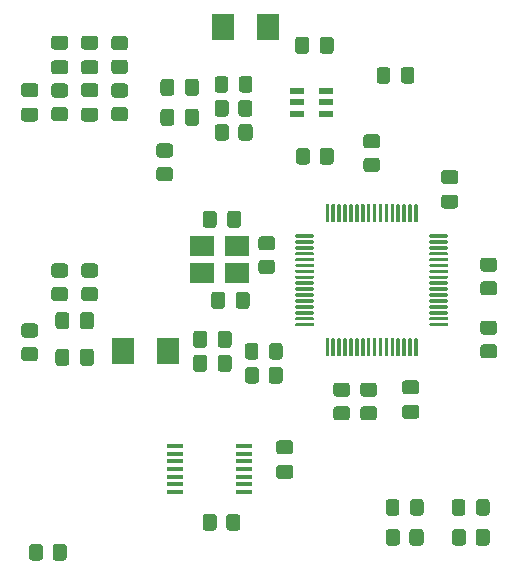
<source format=gtp>
%TF.GenerationSoftware,KiCad,Pcbnew,(5.1.10)-1*%
%TF.CreationDate,2022-05-04T21:28:41+02:00*%
%TF.ProjectId,telemetria tyl,74656c65-6d65-4747-9269-612074796c2e,rev?*%
%TF.SameCoordinates,Original*%
%TF.FileFunction,Paste,Top*%
%TF.FilePolarity,Positive*%
%FSLAX46Y46*%
G04 Gerber Fmt 4.6, Leading zero omitted, Abs format (unit mm)*
G04 Created by KiCad (PCBNEW (5.1.10)-1) date 2022-05-04 21:28:41*
%MOMM*%
%LPD*%
G01*
G04 APERTURE LIST*
%ADD10R,1.854500X2.286000*%
%ADD11R,2.100000X1.800000*%
%ADD12R,1.475000X0.450000*%
%ADD13R,1.200000X0.600000*%
G04 APERTURE END LIST*
%TO.C,R8*%
G36*
G01*
X55772000Y-38550001D02*
X55772000Y-37649999D01*
G75*
G02*
X56021999Y-37400000I249999J0D01*
G01*
X56722001Y-37400000D01*
G75*
G02*
X56972000Y-37649999I0J-249999D01*
G01*
X56972000Y-38550001D01*
G75*
G02*
X56722001Y-38800000I-249999J0D01*
G01*
X56021999Y-38800000D01*
G75*
G02*
X55772000Y-38550001I0J249999D01*
G01*
G37*
G36*
G01*
X53772000Y-38550001D02*
X53772000Y-37649999D01*
G75*
G02*
X54021999Y-37400000I249999J0D01*
G01*
X54722001Y-37400000D01*
G75*
G02*
X54972000Y-37649999I0J-249999D01*
G01*
X54972000Y-38550001D01*
G75*
G02*
X54722001Y-38800000I-249999J0D01*
G01*
X54021999Y-38800000D01*
G75*
G02*
X53772000Y-38550001I0J249999D01*
G01*
G37*
%TD*%
%TO.C,R7*%
G36*
G01*
X54956000Y-35617999D02*
X54956000Y-36518001D01*
G75*
G02*
X54706001Y-36768000I-249999J0D01*
G01*
X54005999Y-36768000D01*
G75*
G02*
X53756000Y-36518001I0J249999D01*
G01*
X53756000Y-35617999D01*
G75*
G02*
X54005999Y-35368000I249999J0D01*
G01*
X54706001Y-35368000D01*
G75*
G02*
X54956000Y-35617999I0J-249999D01*
G01*
G37*
G36*
G01*
X56956000Y-35617999D02*
X56956000Y-36518001D01*
G75*
G02*
X56706001Y-36768000I-249999J0D01*
G01*
X56005999Y-36768000D01*
G75*
G02*
X55756000Y-36518001I0J249999D01*
G01*
X55756000Y-35617999D01*
G75*
G02*
X56005999Y-35368000I249999J0D01*
G01*
X56706001Y-35368000D01*
G75*
G02*
X56956000Y-35617999I0J-249999D01*
G01*
G37*
%TD*%
D10*
%TO.C,L2*%
X54495750Y-29210000D03*
X58280250Y-29210000D03*
%TD*%
%TO.C,D7*%
G36*
G01*
X54913000Y-33585999D02*
X54913000Y-34486001D01*
G75*
G02*
X54663001Y-34736000I-249999J0D01*
G01*
X54012999Y-34736000D01*
G75*
G02*
X53763000Y-34486001I0J249999D01*
G01*
X53763000Y-33585999D01*
G75*
G02*
X54012999Y-33336000I249999J0D01*
G01*
X54663001Y-33336000D01*
G75*
G02*
X54913000Y-33585999I0J-249999D01*
G01*
G37*
G36*
G01*
X56963000Y-33585999D02*
X56963000Y-34486001D01*
G75*
G02*
X56713001Y-34736000I-249999J0D01*
G01*
X56062999Y-34736000D01*
G75*
G02*
X55813000Y-34486001I0J249999D01*
G01*
X55813000Y-33585999D01*
G75*
G02*
X56062999Y-33336000I249999J0D01*
G01*
X56713001Y-33336000D01*
G75*
G02*
X56963000Y-33585999I0J-249999D01*
G01*
G37*
%TD*%
%TO.C,D6*%
G36*
G01*
X69529000Y-33724001D02*
X69529000Y-32823999D01*
G75*
G02*
X69778999Y-32574000I249999J0D01*
G01*
X70429001Y-32574000D01*
G75*
G02*
X70679000Y-32823999I0J-249999D01*
G01*
X70679000Y-33724001D01*
G75*
G02*
X70429001Y-33974000I-249999J0D01*
G01*
X69778999Y-33974000D01*
G75*
G02*
X69529000Y-33724001I0J249999D01*
G01*
G37*
G36*
G01*
X67479000Y-33724001D02*
X67479000Y-32823999D01*
G75*
G02*
X67728999Y-32574000I249999J0D01*
G01*
X68379001Y-32574000D01*
G75*
G02*
X68629000Y-32823999I0J-249999D01*
G01*
X68629000Y-33724001D01*
G75*
G02*
X68379001Y-33974000I-249999J0D01*
G01*
X67728999Y-33974000D01*
G75*
G02*
X67479000Y-33724001I0J249999D01*
G01*
G37*
%TD*%
%TO.C,C7*%
G36*
G01*
X51250000Y-34765000D02*
X51250000Y-33815000D01*
G75*
G02*
X51500000Y-33565000I250000J0D01*
G01*
X52175000Y-33565000D01*
G75*
G02*
X52425000Y-33815000I0J-250000D01*
G01*
X52425000Y-34765000D01*
G75*
G02*
X52175000Y-35015000I-250000J0D01*
G01*
X51500000Y-35015000D01*
G75*
G02*
X51250000Y-34765000I0J250000D01*
G01*
G37*
G36*
G01*
X49175000Y-34765000D02*
X49175000Y-33815000D01*
G75*
G02*
X49425000Y-33565000I250000J0D01*
G01*
X50100000Y-33565000D01*
G75*
G02*
X50350000Y-33815000I0J-250000D01*
G01*
X50350000Y-34765000D01*
G75*
G02*
X50100000Y-35015000I-250000J0D01*
G01*
X49425000Y-35015000D01*
G75*
G02*
X49175000Y-34765000I0J250000D01*
G01*
G37*
%TD*%
%TO.C,C4*%
G36*
G01*
X61758500Y-30259000D02*
X61758500Y-31209000D01*
G75*
G02*
X61508500Y-31459000I-250000J0D01*
G01*
X60833500Y-31459000D01*
G75*
G02*
X60583500Y-31209000I0J250000D01*
G01*
X60583500Y-30259000D01*
G75*
G02*
X60833500Y-30009000I250000J0D01*
G01*
X61508500Y-30009000D01*
G75*
G02*
X61758500Y-30259000I0J-250000D01*
G01*
G37*
G36*
G01*
X63833500Y-30259000D02*
X63833500Y-31209000D01*
G75*
G02*
X63583500Y-31459000I-250000J0D01*
G01*
X62908500Y-31459000D01*
G75*
G02*
X62658500Y-31209000I0J250000D01*
G01*
X62658500Y-30259000D01*
G75*
G02*
X62908500Y-30009000I250000J0D01*
G01*
X63583500Y-30009000D01*
G75*
G02*
X63833500Y-30259000I0J-250000D01*
G01*
G37*
%TD*%
%TO.C,1k2*%
G36*
G01*
X76511999Y-56042000D02*
X77412001Y-56042000D01*
G75*
G02*
X77662000Y-56291999I0J-249999D01*
G01*
X77662000Y-56992001D01*
G75*
G02*
X77412001Y-57242000I-249999J0D01*
G01*
X76511999Y-57242000D01*
G75*
G02*
X76262000Y-56992001I0J249999D01*
G01*
X76262000Y-56291999D01*
G75*
G02*
X76511999Y-56042000I249999J0D01*
G01*
G37*
G36*
G01*
X76511999Y-54042000D02*
X77412001Y-54042000D01*
G75*
G02*
X77662000Y-54291999I0J-249999D01*
G01*
X77662000Y-54992001D01*
G75*
G02*
X77412001Y-55242000I-249999J0D01*
G01*
X76511999Y-55242000D01*
G75*
G02*
X76262000Y-54992001I0J249999D01*
G01*
X76262000Y-54291999D01*
G75*
G02*
X76511999Y-54042000I249999J0D01*
G01*
G37*
%TD*%
%TO.C,2.2uF2*%
G36*
G01*
X73185000Y-43376000D02*
X74135000Y-43376000D01*
G75*
G02*
X74385000Y-43626000I0J-250000D01*
G01*
X74385000Y-44301000D01*
G75*
G02*
X74135000Y-44551000I-250000J0D01*
G01*
X73185000Y-44551000D01*
G75*
G02*
X72935000Y-44301000I0J250000D01*
G01*
X72935000Y-43626000D01*
G75*
G02*
X73185000Y-43376000I250000J0D01*
G01*
G37*
G36*
G01*
X73185000Y-41301000D02*
X74135000Y-41301000D01*
G75*
G02*
X74385000Y-41551000I0J-250000D01*
G01*
X74385000Y-42226000D01*
G75*
G02*
X74135000Y-42476000I-250000J0D01*
G01*
X73185000Y-42476000D01*
G75*
G02*
X72935000Y-42226000I0J250000D01*
G01*
X72935000Y-41551000D01*
G75*
G02*
X73185000Y-41301000I250000J0D01*
G01*
G37*
%TD*%
%TO.C,10k1*%
G36*
G01*
X66605999Y-38262000D02*
X67506001Y-38262000D01*
G75*
G02*
X67756000Y-38511999I0J-249999D01*
G01*
X67756000Y-39212001D01*
G75*
G02*
X67506001Y-39462000I-249999J0D01*
G01*
X66605999Y-39462000D01*
G75*
G02*
X66356000Y-39212001I0J249999D01*
G01*
X66356000Y-38511999D01*
G75*
G02*
X66605999Y-38262000I249999J0D01*
G01*
G37*
G36*
G01*
X66605999Y-40262000D02*
X67506001Y-40262000D01*
G75*
G02*
X67756000Y-40511999I0J-249999D01*
G01*
X67756000Y-41212001D01*
G75*
G02*
X67506001Y-41462000I-249999J0D01*
G01*
X66605999Y-41462000D01*
G75*
G02*
X66356000Y-41212001I0J249999D01*
G01*
X66356000Y-40511999D01*
G75*
G02*
X66605999Y-40262000I249999J0D01*
G01*
G37*
%TD*%
%TO.C,1k1*%
G36*
G01*
X76511999Y-48708000D02*
X77412001Y-48708000D01*
G75*
G02*
X77662000Y-48957999I0J-249999D01*
G01*
X77662000Y-49658001D01*
G75*
G02*
X77412001Y-49908000I-249999J0D01*
G01*
X76511999Y-49908000D01*
G75*
G02*
X76262000Y-49658001I0J249999D01*
G01*
X76262000Y-48957999D01*
G75*
G02*
X76511999Y-48708000I249999J0D01*
G01*
G37*
G36*
G01*
X76511999Y-50708000D02*
X77412001Y-50708000D01*
G75*
G02*
X77662000Y-50957999I0J-249999D01*
G01*
X77662000Y-51658001D01*
G75*
G02*
X77412001Y-51908000I-249999J0D01*
G01*
X76511999Y-51908000D01*
G75*
G02*
X76262000Y-51658001I0J249999D01*
G01*
X76262000Y-50957999D01*
G75*
G02*
X76511999Y-50708000I249999J0D01*
G01*
G37*
%TD*%
%TO.C,2.2uF1*%
G36*
G01*
X70833000Y-62352500D02*
X69883000Y-62352500D01*
G75*
G02*
X69633000Y-62102500I0J250000D01*
G01*
X69633000Y-61427500D01*
G75*
G02*
X69883000Y-61177500I250000J0D01*
G01*
X70833000Y-61177500D01*
G75*
G02*
X71083000Y-61427500I0J-250000D01*
G01*
X71083000Y-62102500D01*
G75*
G02*
X70833000Y-62352500I-250000J0D01*
G01*
G37*
G36*
G01*
X70833000Y-60277500D02*
X69883000Y-60277500D01*
G75*
G02*
X69633000Y-60027500I0J250000D01*
G01*
X69633000Y-59352500D01*
G75*
G02*
X69883000Y-59102500I250000J0D01*
G01*
X70833000Y-59102500D01*
G75*
G02*
X71083000Y-59352500I0J-250000D01*
G01*
X71083000Y-60027500D01*
G75*
G02*
X70833000Y-60277500I-250000J0D01*
G01*
G37*
%TD*%
%TO.C,C1*%
G36*
G01*
X53471500Y-52799000D02*
X53471500Y-51849000D01*
G75*
G02*
X53721500Y-51599000I250000J0D01*
G01*
X54396500Y-51599000D01*
G75*
G02*
X54646500Y-51849000I0J-250000D01*
G01*
X54646500Y-52799000D01*
G75*
G02*
X54396500Y-53049000I-250000J0D01*
G01*
X53721500Y-53049000D01*
G75*
G02*
X53471500Y-52799000I0J250000D01*
G01*
G37*
G36*
G01*
X55546500Y-52799000D02*
X55546500Y-51849000D01*
G75*
G02*
X55796500Y-51599000I250000J0D01*
G01*
X56471500Y-51599000D01*
G75*
G02*
X56721500Y-51849000I0J-250000D01*
G01*
X56721500Y-52799000D01*
G75*
G02*
X56471500Y-53049000I-250000J0D01*
G01*
X55796500Y-53049000D01*
G75*
G02*
X55546500Y-52799000I0J250000D01*
G01*
G37*
%TD*%
%TO.C,C8*%
G36*
G01*
X51250000Y-37305000D02*
X51250000Y-36355000D01*
G75*
G02*
X51500000Y-36105000I250000J0D01*
G01*
X52175000Y-36105000D01*
G75*
G02*
X52425000Y-36355000I0J-250000D01*
G01*
X52425000Y-37305000D01*
G75*
G02*
X52175000Y-37555000I-250000J0D01*
G01*
X51500000Y-37555000D01*
G75*
G02*
X51250000Y-37305000I0J250000D01*
G01*
G37*
G36*
G01*
X49175000Y-37305000D02*
X49175000Y-36355000D01*
G75*
G02*
X49425000Y-36105000I250000J0D01*
G01*
X50100000Y-36105000D01*
G75*
G02*
X50350000Y-36355000I0J-250000D01*
G01*
X50350000Y-37305000D01*
G75*
G02*
X50100000Y-37555000I-250000J0D01*
G01*
X49425000Y-37555000D01*
G75*
G02*
X49175000Y-37305000I0J250000D01*
G01*
G37*
%TD*%
%TO.C,C2*%
G36*
G01*
X56002500Y-44991000D02*
X56002500Y-45941000D01*
G75*
G02*
X55752500Y-46191000I-250000J0D01*
G01*
X55077500Y-46191000D01*
G75*
G02*
X54827500Y-45941000I0J250000D01*
G01*
X54827500Y-44991000D01*
G75*
G02*
X55077500Y-44741000I250000J0D01*
G01*
X55752500Y-44741000D01*
G75*
G02*
X56002500Y-44991000I0J-250000D01*
G01*
G37*
G36*
G01*
X53927500Y-44991000D02*
X53927500Y-45941000D01*
G75*
G02*
X53677500Y-46191000I-250000J0D01*
G01*
X53002500Y-46191000D01*
G75*
G02*
X52752500Y-45941000I0J250000D01*
G01*
X52752500Y-44991000D01*
G75*
G02*
X53002500Y-44741000I250000J0D01*
G01*
X53677500Y-44741000D01*
G75*
G02*
X53927500Y-44991000I0J-250000D01*
G01*
G37*
%TD*%
%TO.C,D5*%
G36*
G01*
X68250000Y-70300001D02*
X68250000Y-69399999D01*
G75*
G02*
X68499999Y-69150000I249999J0D01*
G01*
X69150001Y-69150000D01*
G75*
G02*
X69400000Y-69399999I0J-249999D01*
G01*
X69400000Y-70300001D01*
G75*
G02*
X69150001Y-70550000I-249999J0D01*
G01*
X68499999Y-70550000D01*
G75*
G02*
X68250000Y-70300001I0J249999D01*
G01*
G37*
G36*
G01*
X70300000Y-70300001D02*
X70300000Y-69399999D01*
G75*
G02*
X70549999Y-69150000I249999J0D01*
G01*
X71200001Y-69150000D01*
G75*
G02*
X71450000Y-69399999I0J-249999D01*
G01*
X71450000Y-70300001D01*
G75*
G02*
X71200001Y-70550000I-249999J0D01*
G01*
X70549999Y-70550000D01*
G75*
G02*
X70300000Y-70300001I0J249999D01*
G01*
G37*
%TD*%
%TO.C,R11*%
G36*
G01*
X56328000Y-59124001D02*
X56328000Y-58223999D01*
G75*
G02*
X56577999Y-57974000I249999J0D01*
G01*
X57278001Y-57974000D01*
G75*
G02*
X57528000Y-58223999I0J-249999D01*
G01*
X57528000Y-59124001D01*
G75*
G02*
X57278001Y-59374000I-249999J0D01*
G01*
X56577999Y-59374000D01*
G75*
G02*
X56328000Y-59124001I0J249999D01*
G01*
G37*
G36*
G01*
X58328000Y-59124001D02*
X58328000Y-58223999D01*
G75*
G02*
X58577999Y-57974000I249999J0D01*
G01*
X59278001Y-57974000D01*
G75*
G02*
X59528000Y-58223999I0J-249999D01*
G01*
X59528000Y-59124001D01*
G75*
G02*
X59278001Y-59374000I-249999J0D01*
G01*
X58577999Y-59374000D01*
G75*
G02*
X58328000Y-59124001I0J249999D01*
G01*
G37*
%TD*%
%TO.C,D3*%
G36*
G01*
X74988000Y-69399999D02*
X74988000Y-70300001D01*
G75*
G02*
X74738001Y-70550000I-249999J0D01*
G01*
X74087999Y-70550000D01*
G75*
G02*
X73838000Y-70300001I0J249999D01*
G01*
X73838000Y-69399999D01*
G75*
G02*
X74087999Y-69150000I249999J0D01*
G01*
X74738001Y-69150000D01*
G75*
G02*
X74988000Y-69399999I0J-249999D01*
G01*
G37*
G36*
G01*
X77038000Y-69399999D02*
X77038000Y-70300001D01*
G75*
G02*
X76788001Y-70550000I-249999J0D01*
G01*
X76137999Y-70550000D01*
G75*
G02*
X75888000Y-70300001I0J249999D01*
G01*
X75888000Y-69399999D01*
G75*
G02*
X76137999Y-69150000I249999J0D01*
G01*
X76788001Y-69150000D01*
G75*
G02*
X77038000Y-69399999I0J-249999D01*
G01*
G37*
%TD*%
%TO.C,U1*%
G36*
G01*
X60600920Y-46949740D02*
X60600920Y-46799740D01*
G75*
G02*
X60675920Y-46724740I75000J0D01*
G01*
X62075920Y-46724740D01*
G75*
G02*
X62150920Y-46799740I0J-75000D01*
G01*
X62150920Y-46949740D01*
G75*
G02*
X62075920Y-47024740I-75000J0D01*
G01*
X60675920Y-47024740D01*
G75*
G02*
X60600920Y-46949740I0J75000D01*
G01*
G37*
G36*
G01*
X60600920Y-47449740D02*
X60600920Y-47299740D01*
G75*
G02*
X60675920Y-47224740I75000J0D01*
G01*
X62075920Y-47224740D01*
G75*
G02*
X62150920Y-47299740I0J-75000D01*
G01*
X62150920Y-47449740D01*
G75*
G02*
X62075920Y-47524740I-75000J0D01*
G01*
X60675920Y-47524740D01*
G75*
G02*
X60600920Y-47449740I0J75000D01*
G01*
G37*
G36*
G01*
X60600920Y-47949740D02*
X60600920Y-47799740D01*
G75*
G02*
X60675920Y-47724740I75000J0D01*
G01*
X62075920Y-47724740D01*
G75*
G02*
X62150920Y-47799740I0J-75000D01*
G01*
X62150920Y-47949740D01*
G75*
G02*
X62075920Y-48024740I-75000J0D01*
G01*
X60675920Y-48024740D01*
G75*
G02*
X60600920Y-47949740I0J75000D01*
G01*
G37*
G36*
G01*
X60600920Y-48449740D02*
X60600920Y-48299740D01*
G75*
G02*
X60675920Y-48224740I75000J0D01*
G01*
X62075920Y-48224740D01*
G75*
G02*
X62150920Y-48299740I0J-75000D01*
G01*
X62150920Y-48449740D01*
G75*
G02*
X62075920Y-48524740I-75000J0D01*
G01*
X60675920Y-48524740D01*
G75*
G02*
X60600920Y-48449740I0J75000D01*
G01*
G37*
G36*
G01*
X60600920Y-48949740D02*
X60600920Y-48799740D01*
G75*
G02*
X60675920Y-48724740I75000J0D01*
G01*
X62075920Y-48724740D01*
G75*
G02*
X62150920Y-48799740I0J-75000D01*
G01*
X62150920Y-48949740D01*
G75*
G02*
X62075920Y-49024740I-75000J0D01*
G01*
X60675920Y-49024740D01*
G75*
G02*
X60600920Y-48949740I0J75000D01*
G01*
G37*
G36*
G01*
X60600920Y-49449740D02*
X60600920Y-49299740D01*
G75*
G02*
X60675920Y-49224740I75000J0D01*
G01*
X62075920Y-49224740D01*
G75*
G02*
X62150920Y-49299740I0J-75000D01*
G01*
X62150920Y-49449740D01*
G75*
G02*
X62075920Y-49524740I-75000J0D01*
G01*
X60675920Y-49524740D01*
G75*
G02*
X60600920Y-49449740I0J75000D01*
G01*
G37*
G36*
G01*
X60600920Y-49949740D02*
X60600920Y-49799740D01*
G75*
G02*
X60675920Y-49724740I75000J0D01*
G01*
X62075920Y-49724740D01*
G75*
G02*
X62150920Y-49799740I0J-75000D01*
G01*
X62150920Y-49949740D01*
G75*
G02*
X62075920Y-50024740I-75000J0D01*
G01*
X60675920Y-50024740D01*
G75*
G02*
X60600920Y-49949740I0J75000D01*
G01*
G37*
G36*
G01*
X60600920Y-50449740D02*
X60600920Y-50299740D01*
G75*
G02*
X60675920Y-50224740I75000J0D01*
G01*
X62075920Y-50224740D01*
G75*
G02*
X62150920Y-50299740I0J-75000D01*
G01*
X62150920Y-50449740D01*
G75*
G02*
X62075920Y-50524740I-75000J0D01*
G01*
X60675920Y-50524740D01*
G75*
G02*
X60600920Y-50449740I0J75000D01*
G01*
G37*
G36*
G01*
X60600920Y-50949740D02*
X60600920Y-50799740D01*
G75*
G02*
X60675920Y-50724740I75000J0D01*
G01*
X62075920Y-50724740D01*
G75*
G02*
X62150920Y-50799740I0J-75000D01*
G01*
X62150920Y-50949740D01*
G75*
G02*
X62075920Y-51024740I-75000J0D01*
G01*
X60675920Y-51024740D01*
G75*
G02*
X60600920Y-50949740I0J75000D01*
G01*
G37*
G36*
G01*
X60600920Y-51449740D02*
X60600920Y-51299740D01*
G75*
G02*
X60675920Y-51224740I75000J0D01*
G01*
X62075920Y-51224740D01*
G75*
G02*
X62150920Y-51299740I0J-75000D01*
G01*
X62150920Y-51449740D01*
G75*
G02*
X62075920Y-51524740I-75000J0D01*
G01*
X60675920Y-51524740D01*
G75*
G02*
X60600920Y-51449740I0J75000D01*
G01*
G37*
G36*
G01*
X60600920Y-51949740D02*
X60600920Y-51799740D01*
G75*
G02*
X60675920Y-51724740I75000J0D01*
G01*
X62075920Y-51724740D01*
G75*
G02*
X62150920Y-51799740I0J-75000D01*
G01*
X62150920Y-51949740D01*
G75*
G02*
X62075920Y-52024740I-75000J0D01*
G01*
X60675920Y-52024740D01*
G75*
G02*
X60600920Y-51949740I0J75000D01*
G01*
G37*
G36*
G01*
X60600920Y-52449740D02*
X60600920Y-52299740D01*
G75*
G02*
X60675920Y-52224740I75000J0D01*
G01*
X62075920Y-52224740D01*
G75*
G02*
X62150920Y-52299740I0J-75000D01*
G01*
X62150920Y-52449740D01*
G75*
G02*
X62075920Y-52524740I-75000J0D01*
G01*
X60675920Y-52524740D01*
G75*
G02*
X60600920Y-52449740I0J75000D01*
G01*
G37*
G36*
G01*
X60600920Y-52949740D02*
X60600920Y-52799740D01*
G75*
G02*
X60675920Y-52724740I75000J0D01*
G01*
X62075920Y-52724740D01*
G75*
G02*
X62150920Y-52799740I0J-75000D01*
G01*
X62150920Y-52949740D01*
G75*
G02*
X62075920Y-53024740I-75000J0D01*
G01*
X60675920Y-53024740D01*
G75*
G02*
X60600920Y-52949740I0J75000D01*
G01*
G37*
G36*
G01*
X60600920Y-53449740D02*
X60600920Y-53299740D01*
G75*
G02*
X60675920Y-53224740I75000J0D01*
G01*
X62075920Y-53224740D01*
G75*
G02*
X62150920Y-53299740I0J-75000D01*
G01*
X62150920Y-53449740D01*
G75*
G02*
X62075920Y-53524740I-75000J0D01*
G01*
X60675920Y-53524740D01*
G75*
G02*
X60600920Y-53449740I0J75000D01*
G01*
G37*
G36*
G01*
X60600920Y-53949740D02*
X60600920Y-53799740D01*
G75*
G02*
X60675920Y-53724740I75000J0D01*
G01*
X62075920Y-53724740D01*
G75*
G02*
X62150920Y-53799740I0J-75000D01*
G01*
X62150920Y-53949740D01*
G75*
G02*
X62075920Y-54024740I-75000J0D01*
G01*
X60675920Y-54024740D01*
G75*
G02*
X60600920Y-53949740I0J75000D01*
G01*
G37*
G36*
G01*
X60600920Y-54449740D02*
X60600920Y-54299740D01*
G75*
G02*
X60675920Y-54224740I75000J0D01*
G01*
X62075920Y-54224740D01*
G75*
G02*
X62150920Y-54299740I0J-75000D01*
G01*
X62150920Y-54449740D01*
G75*
G02*
X62075920Y-54524740I-75000J0D01*
G01*
X60675920Y-54524740D01*
G75*
G02*
X60600920Y-54449740I0J75000D01*
G01*
G37*
G36*
G01*
X63150920Y-56999740D02*
X63150920Y-55599740D01*
G75*
G02*
X63225920Y-55524740I75000J0D01*
G01*
X63375920Y-55524740D01*
G75*
G02*
X63450920Y-55599740I0J-75000D01*
G01*
X63450920Y-56999740D01*
G75*
G02*
X63375920Y-57074740I-75000J0D01*
G01*
X63225920Y-57074740D01*
G75*
G02*
X63150920Y-56999740I0J75000D01*
G01*
G37*
G36*
G01*
X63650920Y-56999740D02*
X63650920Y-55599740D01*
G75*
G02*
X63725920Y-55524740I75000J0D01*
G01*
X63875920Y-55524740D01*
G75*
G02*
X63950920Y-55599740I0J-75000D01*
G01*
X63950920Y-56999740D01*
G75*
G02*
X63875920Y-57074740I-75000J0D01*
G01*
X63725920Y-57074740D01*
G75*
G02*
X63650920Y-56999740I0J75000D01*
G01*
G37*
G36*
G01*
X64150920Y-56999740D02*
X64150920Y-55599740D01*
G75*
G02*
X64225920Y-55524740I75000J0D01*
G01*
X64375920Y-55524740D01*
G75*
G02*
X64450920Y-55599740I0J-75000D01*
G01*
X64450920Y-56999740D01*
G75*
G02*
X64375920Y-57074740I-75000J0D01*
G01*
X64225920Y-57074740D01*
G75*
G02*
X64150920Y-56999740I0J75000D01*
G01*
G37*
G36*
G01*
X64650920Y-56999740D02*
X64650920Y-55599740D01*
G75*
G02*
X64725920Y-55524740I75000J0D01*
G01*
X64875920Y-55524740D01*
G75*
G02*
X64950920Y-55599740I0J-75000D01*
G01*
X64950920Y-56999740D01*
G75*
G02*
X64875920Y-57074740I-75000J0D01*
G01*
X64725920Y-57074740D01*
G75*
G02*
X64650920Y-56999740I0J75000D01*
G01*
G37*
G36*
G01*
X65150920Y-56999740D02*
X65150920Y-55599740D01*
G75*
G02*
X65225920Y-55524740I75000J0D01*
G01*
X65375920Y-55524740D01*
G75*
G02*
X65450920Y-55599740I0J-75000D01*
G01*
X65450920Y-56999740D01*
G75*
G02*
X65375920Y-57074740I-75000J0D01*
G01*
X65225920Y-57074740D01*
G75*
G02*
X65150920Y-56999740I0J75000D01*
G01*
G37*
G36*
G01*
X65650920Y-56999740D02*
X65650920Y-55599740D01*
G75*
G02*
X65725920Y-55524740I75000J0D01*
G01*
X65875920Y-55524740D01*
G75*
G02*
X65950920Y-55599740I0J-75000D01*
G01*
X65950920Y-56999740D01*
G75*
G02*
X65875920Y-57074740I-75000J0D01*
G01*
X65725920Y-57074740D01*
G75*
G02*
X65650920Y-56999740I0J75000D01*
G01*
G37*
G36*
G01*
X66150920Y-56999740D02*
X66150920Y-55599740D01*
G75*
G02*
X66225920Y-55524740I75000J0D01*
G01*
X66375920Y-55524740D01*
G75*
G02*
X66450920Y-55599740I0J-75000D01*
G01*
X66450920Y-56999740D01*
G75*
G02*
X66375920Y-57074740I-75000J0D01*
G01*
X66225920Y-57074740D01*
G75*
G02*
X66150920Y-56999740I0J75000D01*
G01*
G37*
G36*
G01*
X66650920Y-56999740D02*
X66650920Y-55599740D01*
G75*
G02*
X66725920Y-55524740I75000J0D01*
G01*
X66875920Y-55524740D01*
G75*
G02*
X66950920Y-55599740I0J-75000D01*
G01*
X66950920Y-56999740D01*
G75*
G02*
X66875920Y-57074740I-75000J0D01*
G01*
X66725920Y-57074740D01*
G75*
G02*
X66650920Y-56999740I0J75000D01*
G01*
G37*
G36*
G01*
X67150920Y-56999740D02*
X67150920Y-55599740D01*
G75*
G02*
X67225920Y-55524740I75000J0D01*
G01*
X67375920Y-55524740D01*
G75*
G02*
X67450920Y-55599740I0J-75000D01*
G01*
X67450920Y-56999740D01*
G75*
G02*
X67375920Y-57074740I-75000J0D01*
G01*
X67225920Y-57074740D01*
G75*
G02*
X67150920Y-56999740I0J75000D01*
G01*
G37*
G36*
G01*
X67650920Y-56999740D02*
X67650920Y-55599740D01*
G75*
G02*
X67725920Y-55524740I75000J0D01*
G01*
X67875920Y-55524740D01*
G75*
G02*
X67950920Y-55599740I0J-75000D01*
G01*
X67950920Y-56999740D01*
G75*
G02*
X67875920Y-57074740I-75000J0D01*
G01*
X67725920Y-57074740D01*
G75*
G02*
X67650920Y-56999740I0J75000D01*
G01*
G37*
G36*
G01*
X68150920Y-56999740D02*
X68150920Y-55599740D01*
G75*
G02*
X68225920Y-55524740I75000J0D01*
G01*
X68375920Y-55524740D01*
G75*
G02*
X68450920Y-55599740I0J-75000D01*
G01*
X68450920Y-56999740D01*
G75*
G02*
X68375920Y-57074740I-75000J0D01*
G01*
X68225920Y-57074740D01*
G75*
G02*
X68150920Y-56999740I0J75000D01*
G01*
G37*
G36*
G01*
X68650920Y-56999740D02*
X68650920Y-55599740D01*
G75*
G02*
X68725920Y-55524740I75000J0D01*
G01*
X68875920Y-55524740D01*
G75*
G02*
X68950920Y-55599740I0J-75000D01*
G01*
X68950920Y-56999740D01*
G75*
G02*
X68875920Y-57074740I-75000J0D01*
G01*
X68725920Y-57074740D01*
G75*
G02*
X68650920Y-56999740I0J75000D01*
G01*
G37*
G36*
G01*
X69150920Y-56999740D02*
X69150920Y-55599740D01*
G75*
G02*
X69225920Y-55524740I75000J0D01*
G01*
X69375920Y-55524740D01*
G75*
G02*
X69450920Y-55599740I0J-75000D01*
G01*
X69450920Y-56999740D01*
G75*
G02*
X69375920Y-57074740I-75000J0D01*
G01*
X69225920Y-57074740D01*
G75*
G02*
X69150920Y-56999740I0J75000D01*
G01*
G37*
G36*
G01*
X69650920Y-56999740D02*
X69650920Y-55599740D01*
G75*
G02*
X69725920Y-55524740I75000J0D01*
G01*
X69875920Y-55524740D01*
G75*
G02*
X69950920Y-55599740I0J-75000D01*
G01*
X69950920Y-56999740D01*
G75*
G02*
X69875920Y-57074740I-75000J0D01*
G01*
X69725920Y-57074740D01*
G75*
G02*
X69650920Y-56999740I0J75000D01*
G01*
G37*
G36*
G01*
X70150920Y-56999740D02*
X70150920Y-55599740D01*
G75*
G02*
X70225920Y-55524740I75000J0D01*
G01*
X70375920Y-55524740D01*
G75*
G02*
X70450920Y-55599740I0J-75000D01*
G01*
X70450920Y-56999740D01*
G75*
G02*
X70375920Y-57074740I-75000J0D01*
G01*
X70225920Y-57074740D01*
G75*
G02*
X70150920Y-56999740I0J75000D01*
G01*
G37*
G36*
G01*
X70650920Y-56999740D02*
X70650920Y-55599740D01*
G75*
G02*
X70725920Y-55524740I75000J0D01*
G01*
X70875920Y-55524740D01*
G75*
G02*
X70950920Y-55599740I0J-75000D01*
G01*
X70950920Y-56999740D01*
G75*
G02*
X70875920Y-57074740I-75000J0D01*
G01*
X70725920Y-57074740D01*
G75*
G02*
X70650920Y-56999740I0J75000D01*
G01*
G37*
G36*
G01*
X71950920Y-54449740D02*
X71950920Y-54299740D01*
G75*
G02*
X72025920Y-54224740I75000J0D01*
G01*
X73425920Y-54224740D01*
G75*
G02*
X73500920Y-54299740I0J-75000D01*
G01*
X73500920Y-54449740D01*
G75*
G02*
X73425920Y-54524740I-75000J0D01*
G01*
X72025920Y-54524740D01*
G75*
G02*
X71950920Y-54449740I0J75000D01*
G01*
G37*
G36*
G01*
X71950920Y-53949740D02*
X71950920Y-53799740D01*
G75*
G02*
X72025920Y-53724740I75000J0D01*
G01*
X73425920Y-53724740D01*
G75*
G02*
X73500920Y-53799740I0J-75000D01*
G01*
X73500920Y-53949740D01*
G75*
G02*
X73425920Y-54024740I-75000J0D01*
G01*
X72025920Y-54024740D01*
G75*
G02*
X71950920Y-53949740I0J75000D01*
G01*
G37*
G36*
G01*
X71950920Y-53449740D02*
X71950920Y-53299740D01*
G75*
G02*
X72025920Y-53224740I75000J0D01*
G01*
X73425920Y-53224740D01*
G75*
G02*
X73500920Y-53299740I0J-75000D01*
G01*
X73500920Y-53449740D01*
G75*
G02*
X73425920Y-53524740I-75000J0D01*
G01*
X72025920Y-53524740D01*
G75*
G02*
X71950920Y-53449740I0J75000D01*
G01*
G37*
G36*
G01*
X71950920Y-52949740D02*
X71950920Y-52799740D01*
G75*
G02*
X72025920Y-52724740I75000J0D01*
G01*
X73425920Y-52724740D01*
G75*
G02*
X73500920Y-52799740I0J-75000D01*
G01*
X73500920Y-52949740D01*
G75*
G02*
X73425920Y-53024740I-75000J0D01*
G01*
X72025920Y-53024740D01*
G75*
G02*
X71950920Y-52949740I0J75000D01*
G01*
G37*
G36*
G01*
X71950920Y-52449740D02*
X71950920Y-52299740D01*
G75*
G02*
X72025920Y-52224740I75000J0D01*
G01*
X73425920Y-52224740D01*
G75*
G02*
X73500920Y-52299740I0J-75000D01*
G01*
X73500920Y-52449740D01*
G75*
G02*
X73425920Y-52524740I-75000J0D01*
G01*
X72025920Y-52524740D01*
G75*
G02*
X71950920Y-52449740I0J75000D01*
G01*
G37*
G36*
G01*
X71950920Y-51949740D02*
X71950920Y-51799740D01*
G75*
G02*
X72025920Y-51724740I75000J0D01*
G01*
X73425920Y-51724740D01*
G75*
G02*
X73500920Y-51799740I0J-75000D01*
G01*
X73500920Y-51949740D01*
G75*
G02*
X73425920Y-52024740I-75000J0D01*
G01*
X72025920Y-52024740D01*
G75*
G02*
X71950920Y-51949740I0J75000D01*
G01*
G37*
G36*
G01*
X71950920Y-51449740D02*
X71950920Y-51299740D01*
G75*
G02*
X72025920Y-51224740I75000J0D01*
G01*
X73425920Y-51224740D01*
G75*
G02*
X73500920Y-51299740I0J-75000D01*
G01*
X73500920Y-51449740D01*
G75*
G02*
X73425920Y-51524740I-75000J0D01*
G01*
X72025920Y-51524740D01*
G75*
G02*
X71950920Y-51449740I0J75000D01*
G01*
G37*
G36*
G01*
X71950920Y-50949740D02*
X71950920Y-50799740D01*
G75*
G02*
X72025920Y-50724740I75000J0D01*
G01*
X73425920Y-50724740D01*
G75*
G02*
X73500920Y-50799740I0J-75000D01*
G01*
X73500920Y-50949740D01*
G75*
G02*
X73425920Y-51024740I-75000J0D01*
G01*
X72025920Y-51024740D01*
G75*
G02*
X71950920Y-50949740I0J75000D01*
G01*
G37*
G36*
G01*
X71950920Y-50449740D02*
X71950920Y-50299740D01*
G75*
G02*
X72025920Y-50224740I75000J0D01*
G01*
X73425920Y-50224740D01*
G75*
G02*
X73500920Y-50299740I0J-75000D01*
G01*
X73500920Y-50449740D01*
G75*
G02*
X73425920Y-50524740I-75000J0D01*
G01*
X72025920Y-50524740D01*
G75*
G02*
X71950920Y-50449740I0J75000D01*
G01*
G37*
G36*
G01*
X71950920Y-49949740D02*
X71950920Y-49799740D01*
G75*
G02*
X72025920Y-49724740I75000J0D01*
G01*
X73425920Y-49724740D01*
G75*
G02*
X73500920Y-49799740I0J-75000D01*
G01*
X73500920Y-49949740D01*
G75*
G02*
X73425920Y-50024740I-75000J0D01*
G01*
X72025920Y-50024740D01*
G75*
G02*
X71950920Y-49949740I0J75000D01*
G01*
G37*
G36*
G01*
X71950920Y-49449740D02*
X71950920Y-49299740D01*
G75*
G02*
X72025920Y-49224740I75000J0D01*
G01*
X73425920Y-49224740D01*
G75*
G02*
X73500920Y-49299740I0J-75000D01*
G01*
X73500920Y-49449740D01*
G75*
G02*
X73425920Y-49524740I-75000J0D01*
G01*
X72025920Y-49524740D01*
G75*
G02*
X71950920Y-49449740I0J75000D01*
G01*
G37*
G36*
G01*
X71950920Y-48949740D02*
X71950920Y-48799740D01*
G75*
G02*
X72025920Y-48724740I75000J0D01*
G01*
X73425920Y-48724740D01*
G75*
G02*
X73500920Y-48799740I0J-75000D01*
G01*
X73500920Y-48949740D01*
G75*
G02*
X73425920Y-49024740I-75000J0D01*
G01*
X72025920Y-49024740D01*
G75*
G02*
X71950920Y-48949740I0J75000D01*
G01*
G37*
G36*
G01*
X71950920Y-48449740D02*
X71950920Y-48299740D01*
G75*
G02*
X72025920Y-48224740I75000J0D01*
G01*
X73425920Y-48224740D01*
G75*
G02*
X73500920Y-48299740I0J-75000D01*
G01*
X73500920Y-48449740D01*
G75*
G02*
X73425920Y-48524740I-75000J0D01*
G01*
X72025920Y-48524740D01*
G75*
G02*
X71950920Y-48449740I0J75000D01*
G01*
G37*
G36*
G01*
X71950920Y-47949740D02*
X71950920Y-47799740D01*
G75*
G02*
X72025920Y-47724740I75000J0D01*
G01*
X73425920Y-47724740D01*
G75*
G02*
X73500920Y-47799740I0J-75000D01*
G01*
X73500920Y-47949740D01*
G75*
G02*
X73425920Y-48024740I-75000J0D01*
G01*
X72025920Y-48024740D01*
G75*
G02*
X71950920Y-47949740I0J75000D01*
G01*
G37*
G36*
G01*
X71950920Y-47449740D02*
X71950920Y-47299740D01*
G75*
G02*
X72025920Y-47224740I75000J0D01*
G01*
X73425920Y-47224740D01*
G75*
G02*
X73500920Y-47299740I0J-75000D01*
G01*
X73500920Y-47449740D01*
G75*
G02*
X73425920Y-47524740I-75000J0D01*
G01*
X72025920Y-47524740D01*
G75*
G02*
X71950920Y-47449740I0J75000D01*
G01*
G37*
G36*
G01*
X71950920Y-46949740D02*
X71950920Y-46799740D01*
G75*
G02*
X72025920Y-46724740I75000J0D01*
G01*
X73425920Y-46724740D01*
G75*
G02*
X73500920Y-46799740I0J-75000D01*
G01*
X73500920Y-46949740D01*
G75*
G02*
X73425920Y-47024740I-75000J0D01*
G01*
X72025920Y-47024740D01*
G75*
G02*
X71950920Y-46949740I0J75000D01*
G01*
G37*
G36*
G01*
X70650920Y-45649740D02*
X70650920Y-44249740D01*
G75*
G02*
X70725920Y-44174740I75000J0D01*
G01*
X70875920Y-44174740D01*
G75*
G02*
X70950920Y-44249740I0J-75000D01*
G01*
X70950920Y-45649740D01*
G75*
G02*
X70875920Y-45724740I-75000J0D01*
G01*
X70725920Y-45724740D01*
G75*
G02*
X70650920Y-45649740I0J75000D01*
G01*
G37*
G36*
G01*
X70150920Y-45649740D02*
X70150920Y-44249740D01*
G75*
G02*
X70225920Y-44174740I75000J0D01*
G01*
X70375920Y-44174740D01*
G75*
G02*
X70450920Y-44249740I0J-75000D01*
G01*
X70450920Y-45649740D01*
G75*
G02*
X70375920Y-45724740I-75000J0D01*
G01*
X70225920Y-45724740D01*
G75*
G02*
X70150920Y-45649740I0J75000D01*
G01*
G37*
G36*
G01*
X69650920Y-45649740D02*
X69650920Y-44249740D01*
G75*
G02*
X69725920Y-44174740I75000J0D01*
G01*
X69875920Y-44174740D01*
G75*
G02*
X69950920Y-44249740I0J-75000D01*
G01*
X69950920Y-45649740D01*
G75*
G02*
X69875920Y-45724740I-75000J0D01*
G01*
X69725920Y-45724740D01*
G75*
G02*
X69650920Y-45649740I0J75000D01*
G01*
G37*
G36*
G01*
X69150920Y-45649740D02*
X69150920Y-44249740D01*
G75*
G02*
X69225920Y-44174740I75000J0D01*
G01*
X69375920Y-44174740D01*
G75*
G02*
X69450920Y-44249740I0J-75000D01*
G01*
X69450920Y-45649740D01*
G75*
G02*
X69375920Y-45724740I-75000J0D01*
G01*
X69225920Y-45724740D01*
G75*
G02*
X69150920Y-45649740I0J75000D01*
G01*
G37*
G36*
G01*
X68650920Y-45649740D02*
X68650920Y-44249740D01*
G75*
G02*
X68725920Y-44174740I75000J0D01*
G01*
X68875920Y-44174740D01*
G75*
G02*
X68950920Y-44249740I0J-75000D01*
G01*
X68950920Y-45649740D01*
G75*
G02*
X68875920Y-45724740I-75000J0D01*
G01*
X68725920Y-45724740D01*
G75*
G02*
X68650920Y-45649740I0J75000D01*
G01*
G37*
G36*
G01*
X68150920Y-45649740D02*
X68150920Y-44249740D01*
G75*
G02*
X68225920Y-44174740I75000J0D01*
G01*
X68375920Y-44174740D01*
G75*
G02*
X68450920Y-44249740I0J-75000D01*
G01*
X68450920Y-45649740D01*
G75*
G02*
X68375920Y-45724740I-75000J0D01*
G01*
X68225920Y-45724740D01*
G75*
G02*
X68150920Y-45649740I0J75000D01*
G01*
G37*
G36*
G01*
X67650920Y-45649740D02*
X67650920Y-44249740D01*
G75*
G02*
X67725920Y-44174740I75000J0D01*
G01*
X67875920Y-44174740D01*
G75*
G02*
X67950920Y-44249740I0J-75000D01*
G01*
X67950920Y-45649740D01*
G75*
G02*
X67875920Y-45724740I-75000J0D01*
G01*
X67725920Y-45724740D01*
G75*
G02*
X67650920Y-45649740I0J75000D01*
G01*
G37*
G36*
G01*
X67150920Y-45649740D02*
X67150920Y-44249740D01*
G75*
G02*
X67225920Y-44174740I75000J0D01*
G01*
X67375920Y-44174740D01*
G75*
G02*
X67450920Y-44249740I0J-75000D01*
G01*
X67450920Y-45649740D01*
G75*
G02*
X67375920Y-45724740I-75000J0D01*
G01*
X67225920Y-45724740D01*
G75*
G02*
X67150920Y-45649740I0J75000D01*
G01*
G37*
G36*
G01*
X66650920Y-45649740D02*
X66650920Y-44249740D01*
G75*
G02*
X66725920Y-44174740I75000J0D01*
G01*
X66875920Y-44174740D01*
G75*
G02*
X66950920Y-44249740I0J-75000D01*
G01*
X66950920Y-45649740D01*
G75*
G02*
X66875920Y-45724740I-75000J0D01*
G01*
X66725920Y-45724740D01*
G75*
G02*
X66650920Y-45649740I0J75000D01*
G01*
G37*
G36*
G01*
X66150920Y-45649740D02*
X66150920Y-44249740D01*
G75*
G02*
X66225920Y-44174740I75000J0D01*
G01*
X66375920Y-44174740D01*
G75*
G02*
X66450920Y-44249740I0J-75000D01*
G01*
X66450920Y-45649740D01*
G75*
G02*
X66375920Y-45724740I-75000J0D01*
G01*
X66225920Y-45724740D01*
G75*
G02*
X66150920Y-45649740I0J75000D01*
G01*
G37*
G36*
G01*
X65650920Y-45649740D02*
X65650920Y-44249740D01*
G75*
G02*
X65725920Y-44174740I75000J0D01*
G01*
X65875920Y-44174740D01*
G75*
G02*
X65950920Y-44249740I0J-75000D01*
G01*
X65950920Y-45649740D01*
G75*
G02*
X65875920Y-45724740I-75000J0D01*
G01*
X65725920Y-45724740D01*
G75*
G02*
X65650920Y-45649740I0J75000D01*
G01*
G37*
G36*
G01*
X65150920Y-45649740D02*
X65150920Y-44249740D01*
G75*
G02*
X65225920Y-44174740I75000J0D01*
G01*
X65375920Y-44174740D01*
G75*
G02*
X65450920Y-44249740I0J-75000D01*
G01*
X65450920Y-45649740D01*
G75*
G02*
X65375920Y-45724740I-75000J0D01*
G01*
X65225920Y-45724740D01*
G75*
G02*
X65150920Y-45649740I0J75000D01*
G01*
G37*
G36*
G01*
X64650920Y-45649740D02*
X64650920Y-44249740D01*
G75*
G02*
X64725920Y-44174740I75000J0D01*
G01*
X64875920Y-44174740D01*
G75*
G02*
X64950920Y-44249740I0J-75000D01*
G01*
X64950920Y-45649740D01*
G75*
G02*
X64875920Y-45724740I-75000J0D01*
G01*
X64725920Y-45724740D01*
G75*
G02*
X64650920Y-45649740I0J75000D01*
G01*
G37*
G36*
G01*
X64150920Y-45649740D02*
X64150920Y-44249740D01*
G75*
G02*
X64225920Y-44174740I75000J0D01*
G01*
X64375920Y-44174740D01*
G75*
G02*
X64450920Y-44249740I0J-75000D01*
G01*
X64450920Y-45649740D01*
G75*
G02*
X64375920Y-45724740I-75000J0D01*
G01*
X64225920Y-45724740D01*
G75*
G02*
X64150920Y-45649740I0J75000D01*
G01*
G37*
G36*
G01*
X63650920Y-45649740D02*
X63650920Y-44249740D01*
G75*
G02*
X63725920Y-44174740I75000J0D01*
G01*
X63875920Y-44174740D01*
G75*
G02*
X63950920Y-44249740I0J-75000D01*
G01*
X63950920Y-45649740D01*
G75*
G02*
X63875920Y-45724740I-75000J0D01*
G01*
X63725920Y-45724740D01*
G75*
G02*
X63650920Y-45649740I0J75000D01*
G01*
G37*
G36*
G01*
X63150920Y-45649740D02*
X63150920Y-44249740D01*
G75*
G02*
X63225920Y-44174740I75000J0D01*
G01*
X63375920Y-44174740D01*
G75*
G02*
X63450920Y-44249740I0J-75000D01*
G01*
X63450920Y-45649740D01*
G75*
G02*
X63375920Y-45724740I-75000J0D01*
G01*
X63225920Y-45724740D01*
G75*
G02*
X63150920Y-45649740I0J75000D01*
G01*
G37*
%TD*%
%TO.C,0.33k1*%
G36*
G01*
X64966001Y-60490000D02*
X64065999Y-60490000D01*
G75*
G02*
X63816000Y-60240001I0J249999D01*
G01*
X63816000Y-59539999D01*
G75*
G02*
X64065999Y-59290000I249999J0D01*
G01*
X64966001Y-59290000D01*
G75*
G02*
X65216000Y-59539999I0J-249999D01*
G01*
X65216000Y-60240001D01*
G75*
G02*
X64966001Y-60490000I-249999J0D01*
G01*
G37*
G36*
G01*
X64966001Y-62490000D02*
X64065999Y-62490000D01*
G75*
G02*
X63816000Y-62240001I0J249999D01*
G01*
X63816000Y-61539999D01*
G75*
G02*
X64065999Y-61290000I249999J0D01*
G01*
X64966001Y-61290000D01*
G75*
G02*
X65216000Y-61539999I0J-249999D01*
G01*
X65216000Y-62240001D01*
G75*
G02*
X64966001Y-62490000I-249999J0D01*
G01*
G37*
%TD*%
%TO.C,0.33k2*%
G36*
G01*
X67252001Y-62490000D02*
X66351999Y-62490000D01*
G75*
G02*
X66102000Y-62240001I0J249999D01*
G01*
X66102000Y-61539999D01*
G75*
G02*
X66351999Y-61290000I249999J0D01*
G01*
X67252001Y-61290000D01*
G75*
G02*
X67502000Y-61539999I0J-249999D01*
G01*
X67502000Y-62240001D01*
G75*
G02*
X67252001Y-62490000I-249999J0D01*
G01*
G37*
G36*
G01*
X67252001Y-60490000D02*
X66351999Y-60490000D01*
G75*
G02*
X66102000Y-60240001I0J249999D01*
G01*
X66102000Y-59539999D01*
G75*
G02*
X66351999Y-59290000I249999J0D01*
G01*
X67252001Y-59290000D01*
G75*
G02*
X67502000Y-59539999I0J-249999D01*
G01*
X67502000Y-60240001D01*
G75*
G02*
X67252001Y-60490000I-249999J0D01*
G01*
G37*
%TD*%
%TO.C,10nF1*%
G36*
G01*
X51947500Y-58133000D02*
X51947500Y-57183000D01*
G75*
G02*
X52197500Y-56933000I250000J0D01*
G01*
X52872500Y-56933000D01*
G75*
G02*
X53122500Y-57183000I0J-250000D01*
G01*
X53122500Y-58133000D01*
G75*
G02*
X52872500Y-58383000I-250000J0D01*
G01*
X52197500Y-58383000D01*
G75*
G02*
X51947500Y-58133000I0J250000D01*
G01*
G37*
G36*
G01*
X54022500Y-58133000D02*
X54022500Y-57183000D01*
G75*
G02*
X54272500Y-56933000I250000J0D01*
G01*
X54947500Y-56933000D01*
G75*
G02*
X55197500Y-57183000I0J-250000D01*
G01*
X55197500Y-58133000D01*
G75*
G02*
X54947500Y-58383000I-250000J0D01*
G01*
X54272500Y-58383000D01*
G75*
G02*
X54022500Y-58133000I0J250000D01*
G01*
G37*
%TD*%
%TO.C,1uF1*%
G36*
G01*
X54022500Y-56101000D02*
X54022500Y-55151000D01*
G75*
G02*
X54272500Y-54901000I250000J0D01*
G01*
X54947500Y-54901000D01*
G75*
G02*
X55197500Y-55151000I0J-250000D01*
G01*
X55197500Y-56101000D01*
G75*
G02*
X54947500Y-56351000I-250000J0D01*
G01*
X54272500Y-56351000D01*
G75*
G02*
X54022500Y-56101000I0J250000D01*
G01*
G37*
G36*
G01*
X51947500Y-56101000D02*
X51947500Y-55151000D01*
G75*
G02*
X52197500Y-54901000I250000J0D01*
G01*
X52872500Y-54901000D01*
G75*
G02*
X53122500Y-55151000I0J-250000D01*
G01*
X53122500Y-56101000D01*
G75*
G02*
X52872500Y-56351000I-250000J0D01*
G01*
X52197500Y-56351000D01*
G75*
G02*
X51947500Y-56101000I0J250000D01*
G01*
G37*
%TD*%
%TO.C,39nH1*%
X45999500Y-56642000D03*
X49784000Y-56642000D03*
%TD*%
%TO.C,D1*%
G36*
G01*
X56321000Y-57092001D02*
X56321000Y-56191999D01*
G75*
G02*
X56570999Y-55942000I249999J0D01*
G01*
X57221001Y-55942000D01*
G75*
G02*
X57471000Y-56191999I0J-249999D01*
G01*
X57471000Y-57092001D01*
G75*
G02*
X57221001Y-57342000I-249999J0D01*
G01*
X56570999Y-57342000D01*
G75*
G02*
X56321000Y-57092001I0J249999D01*
G01*
G37*
G36*
G01*
X58371000Y-57092001D02*
X58371000Y-56191999D01*
G75*
G02*
X58620999Y-55942000I249999J0D01*
G01*
X59271001Y-55942000D01*
G75*
G02*
X59521000Y-56191999I0J-249999D01*
G01*
X59521000Y-57092001D01*
G75*
G02*
X59271001Y-57342000I-249999J0D01*
G01*
X58620999Y-57342000D01*
G75*
G02*
X58371000Y-57092001I0J249999D01*
G01*
G37*
%TD*%
%TO.C,R1*%
G36*
G01*
X58616001Y-48098000D02*
X57715999Y-48098000D01*
G75*
G02*
X57466000Y-47848001I0J249999D01*
G01*
X57466000Y-47147999D01*
G75*
G02*
X57715999Y-46898000I249999J0D01*
G01*
X58616001Y-46898000D01*
G75*
G02*
X58866000Y-47147999I0J-249999D01*
G01*
X58866000Y-47848001D01*
G75*
G02*
X58616001Y-48098000I-249999J0D01*
G01*
G37*
G36*
G01*
X58616001Y-50098000D02*
X57715999Y-50098000D01*
G75*
G02*
X57466000Y-49848001I0J249999D01*
G01*
X57466000Y-49147999D01*
G75*
G02*
X57715999Y-48898000I249999J0D01*
G01*
X58616001Y-48898000D01*
G75*
G02*
X58866000Y-49147999I0J-249999D01*
G01*
X58866000Y-49848001D01*
G75*
G02*
X58616001Y-50098000I-249999J0D01*
G01*
G37*
%TD*%
%TO.C,R3*%
G36*
G01*
X63846000Y-39681999D02*
X63846000Y-40582001D01*
G75*
G02*
X63596001Y-40832000I-249999J0D01*
G01*
X62895999Y-40832000D01*
G75*
G02*
X62646000Y-40582001I0J249999D01*
G01*
X62646000Y-39681999D01*
G75*
G02*
X62895999Y-39432000I249999J0D01*
G01*
X63596001Y-39432000D01*
G75*
G02*
X63846000Y-39681999I0J-249999D01*
G01*
G37*
G36*
G01*
X61846000Y-39681999D02*
X61846000Y-40582001D01*
G75*
G02*
X61596001Y-40832000I-249999J0D01*
G01*
X60895999Y-40832000D01*
G75*
G02*
X60646000Y-40582001I0J249999D01*
G01*
X60646000Y-39681999D01*
G75*
G02*
X60895999Y-39432000I249999J0D01*
G01*
X61596001Y-39432000D01*
G75*
G02*
X61846000Y-39681999I0J-249999D01*
G01*
G37*
%TD*%
%TO.C,R12*%
G36*
G01*
X75054000Y-71939999D02*
X75054000Y-72840001D01*
G75*
G02*
X74804001Y-73090000I-249999J0D01*
G01*
X74103999Y-73090000D01*
G75*
G02*
X73854000Y-72840001I0J249999D01*
G01*
X73854000Y-71939999D01*
G75*
G02*
X74103999Y-71690000I249999J0D01*
G01*
X74804001Y-71690000D01*
G75*
G02*
X75054000Y-71939999I0J-249999D01*
G01*
G37*
G36*
G01*
X77054000Y-71939999D02*
X77054000Y-72840001D01*
G75*
G02*
X76804001Y-73090000I-249999J0D01*
G01*
X76103999Y-73090000D01*
G75*
G02*
X75854000Y-72840001I0J249999D01*
G01*
X75854000Y-71939999D01*
G75*
G02*
X76103999Y-71690000I249999J0D01*
G01*
X76804001Y-71690000D01*
G75*
G02*
X77054000Y-71939999I0J-249999D01*
G01*
G37*
%TD*%
%TO.C,R13*%
G36*
G01*
X68250000Y-72840001D02*
X68250000Y-71939999D01*
G75*
G02*
X68499999Y-71690000I249999J0D01*
G01*
X69200001Y-71690000D01*
G75*
G02*
X69450000Y-71939999I0J-249999D01*
G01*
X69450000Y-72840001D01*
G75*
G02*
X69200001Y-73090000I-249999J0D01*
G01*
X68499999Y-73090000D01*
G75*
G02*
X68250000Y-72840001I0J249999D01*
G01*
G37*
G36*
G01*
X70250000Y-72840001D02*
X70250000Y-71939999D01*
G75*
G02*
X70499999Y-71690000I249999J0D01*
G01*
X71200001Y-71690000D01*
G75*
G02*
X71450000Y-71939999I0J-249999D01*
G01*
X71450000Y-72840001D01*
G75*
G02*
X71200001Y-73090000I-249999J0D01*
G01*
X70499999Y-73090000D01*
G75*
G02*
X70250000Y-72840001I0J249999D01*
G01*
G37*
%TD*%
D11*
%TO.C,Y1*%
X52726000Y-50052000D03*
X55626000Y-50052000D03*
X55626000Y-47752000D03*
X52726000Y-47752000D03*
%TD*%
D12*
%TO.C,2channel_pot1*%
X50402000Y-64655001D03*
X50402000Y-65305001D03*
X50402000Y-65955001D03*
X50402000Y-66605001D03*
X50402000Y-67255001D03*
X50402000Y-67905001D03*
X50402000Y-68555001D03*
X56278000Y-68555001D03*
X56278000Y-67905001D03*
X56278000Y-67255001D03*
X56278000Y-66605001D03*
X56278000Y-65955001D03*
X56278000Y-65305001D03*
X56278000Y-64655001D03*
%TD*%
%TO.C,C9*%
G36*
G01*
X59215000Y-64182500D02*
X60165000Y-64182500D01*
G75*
G02*
X60415000Y-64432500I0J-250000D01*
G01*
X60415000Y-65107500D01*
G75*
G02*
X60165000Y-65357500I-250000J0D01*
G01*
X59215000Y-65357500D01*
G75*
G02*
X58965000Y-65107500I0J250000D01*
G01*
X58965000Y-64432500D01*
G75*
G02*
X59215000Y-64182500I250000J0D01*
G01*
G37*
G36*
G01*
X59215000Y-66257500D02*
X60165000Y-66257500D01*
G75*
G02*
X60415000Y-66507500I0J-250000D01*
G01*
X60415000Y-67182500D01*
G75*
G02*
X60165000Y-67432500I-250000J0D01*
G01*
X59215000Y-67432500D01*
G75*
G02*
X58965000Y-67182500I0J250000D01*
G01*
X58965000Y-66507500D01*
G75*
G02*
X59215000Y-66257500I250000J0D01*
G01*
G37*
%TD*%
%TO.C,C10*%
G36*
G01*
X43655000Y-37185000D02*
X42705000Y-37185000D01*
G75*
G02*
X42455000Y-36935000I0J250000D01*
G01*
X42455000Y-36260000D01*
G75*
G02*
X42705000Y-36010000I250000J0D01*
G01*
X43655000Y-36010000D01*
G75*
G02*
X43905000Y-36260000I0J-250000D01*
G01*
X43905000Y-36935000D01*
G75*
G02*
X43655000Y-37185000I-250000J0D01*
G01*
G37*
G36*
G01*
X43655000Y-35110000D02*
X42705000Y-35110000D01*
G75*
G02*
X42455000Y-34860000I0J250000D01*
G01*
X42455000Y-34185000D01*
G75*
G02*
X42705000Y-33935000I250000J0D01*
G01*
X43655000Y-33935000D01*
G75*
G02*
X43905000Y-34185000I0J-250000D01*
G01*
X43905000Y-34860000D01*
G75*
G02*
X43655000Y-35110000I-250000J0D01*
G01*
G37*
%TD*%
%TO.C,C11*%
G36*
G01*
X42360000Y-57625000D02*
X42360000Y-56675000D01*
G75*
G02*
X42610000Y-56425000I250000J0D01*
G01*
X43285000Y-56425000D01*
G75*
G02*
X43535000Y-56675000I0J-250000D01*
G01*
X43535000Y-57625000D01*
G75*
G02*
X43285000Y-57875000I-250000J0D01*
G01*
X42610000Y-57875000D01*
G75*
G02*
X42360000Y-57625000I0J250000D01*
G01*
G37*
G36*
G01*
X40285000Y-57625000D02*
X40285000Y-56675000D01*
G75*
G02*
X40535000Y-56425000I250000J0D01*
G01*
X41210000Y-56425000D01*
G75*
G02*
X41460000Y-56675000I0J-250000D01*
G01*
X41460000Y-57625000D01*
G75*
G02*
X41210000Y-57875000I-250000J0D01*
G01*
X40535000Y-57875000D01*
G75*
G02*
X40285000Y-57625000I0J250000D01*
G01*
G37*
%TD*%
%TO.C,C21*%
G36*
G01*
X40285000Y-54520001D02*
X40285000Y-53570001D01*
G75*
G02*
X40535000Y-53320001I250000J0D01*
G01*
X41210000Y-53320001D01*
G75*
G02*
X41460000Y-53570001I0J-250000D01*
G01*
X41460000Y-54520001D01*
G75*
G02*
X41210000Y-54770001I-250000J0D01*
G01*
X40535000Y-54770001D01*
G75*
G02*
X40285000Y-54520001I0J250000D01*
G01*
G37*
G36*
G01*
X42360000Y-54520001D02*
X42360000Y-53570001D01*
G75*
G02*
X42610000Y-53320001I250000J0D01*
G01*
X43285000Y-53320001D01*
G75*
G02*
X43535000Y-53570001I0J-250000D01*
G01*
X43535000Y-54520001D01*
G75*
G02*
X43285000Y-54770001I-250000J0D01*
G01*
X42610000Y-54770001D01*
G75*
G02*
X42360000Y-54520001I0J250000D01*
G01*
G37*
%TD*%
%TO.C,C22*%
G36*
G01*
X37625000Y-36010000D02*
X38575000Y-36010000D01*
G75*
G02*
X38825000Y-36260000I0J-250000D01*
G01*
X38825000Y-36935000D01*
G75*
G02*
X38575000Y-37185000I-250000J0D01*
G01*
X37625000Y-37185000D01*
G75*
G02*
X37375000Y-36935000I0J250000D01*
G01*
X37375000Y-36260000D01*
G75*
G02*
X37625000Y-36010000I250000J0D01*
G01*
G37*
G36*
G01*
X37625000Y-33935000D02*
X38575000Y-33935000D01*
G75*
G02*
X38825000Y-34185000I0J-250000D01*
G01*
X38825000Y-34860000D01*
G75*
G02*
X38575000Y-35110000I-250000J0D01*
G01*
X37625000Y-35110000D01*
G75*
G02*
X37375000Y-34860000I0J250000D01*
G01*
X37375000Y-34185000D01*
G75*
G02*
X37625000Y-33935000I250000J0D01*
G01*
G37*
%TD*%
%TO.C,R9*%
G36*
G01*
X41090001Y-37160000D02*
X40189999Y-37160000D01*
G75*
G02*
X39940000Y-36910001I0J249999D01*
G01*
X39940000Y-36209999D01*
G75*
G02*
X40189999Y-35960000I249999J0D01*
G01*
X41090001Y-35960000D01*
G75*
G02*
X41340000Y-36209999I0J-249999D01*
G01*
X41340000Y-36910001D01*
G75*
G02*
X41090001Y-37160000I-249999J0D01*
G01*
G37*
G36*
G01*
X41090001Y-35160000D02*
X40189999Y-35160000D01*
G75*
G02*
X39940000Y-34910001I0J249999D01*
G01*
X39940000Y-34209999D01*
G75*
G02*
X40189999Y-33960000I249999J0D01*
G01*
X41090001Y-33960000D01*
G75*
G02*
X41340000Y-34209999I0J-249999D01*
G01*
X41340000Y-34910001D01*
G75*
G02*
X41090001Y-35160000I-249999J0D01*
G01*
G37*
%TD*%
%TO.C,R10*%
G36*
G01*
X46170001Y-35160000D02*
X45269999Y-35160000D01*
G75*
G02*
X45020000Y-34910001I0J249999D01*
G01*
X45020000Y-34209999D01*
G75*
G02*
X45269999Y-33960000I249999J0D01*
G01*
X46170001Y-33960000D01*
G75*
G02*
X46420000Y-34209999I0J-249999D01*
G01*
X46420000Y-34910001D01*
G75*
G02*
X46170001Y-35160000I-249999J0D01*
G01*
G37*
G36*
G01*
X46170001Y-37160000D02*
X45269999Y-37160000D01*
G75*
G02*
X45020000Y-36910001I0J249999D01*
G01*
X45020000Y-36209999D01*
G75*
G02*
X45269999Y-35960000I249999J0D01*
G01*
X46170001Y-35960000D01*
G75*
G02*
X46420000Y-36209999I0J-249999D01*
G01*
X46420000Y-36910001D01*
G75*
G02*
X46170001Y-37160000I-249999J0D01*
G01*
G37*
%TD*%
%TO.C,R14*%
G36*
G01*
X49980001Y-42240000D02*
X49079999Y-42240000D01*
G75*
G02*
X48830000Y-41990001I0J249999D01*
G01*
X48830000Y-41289999D01*
G75*
G02*
X49079999Y-41040000I249999J0D01*
G01*
X49980001Y-41040000D01*
G75*
G02*
X50230000Y-41289999I0J-249999D01*
G01*
X50230000Y-41990001D01*
G75*
G02*
X49980001Y-42240000I-249999J0D01*
G01*
G37*
G36*
G01*
X49980001Y-40240000D02*
X49079999Y-40240000D01*
G75*
G02*
X48830000Y-39990001I0J249999D01*
G01*
X48830000Y-39289999D01*
G75*
G02*
X49079999Y-39040000I249999J0D01*
G01*
X49980001Y-39040000D01*
G75*
G02*
X50230000Y-39289999I0J-249999D01*
G01*
X50230000Y-39990001D01*
G75*
G02*
X49980001Y-40240000I-249999J0D01*
G01*
G37*
%TD*%
%TO.C,R15*%
G36*
G01*
X41090001Y-52400000D02*
X40189999Y-52400000D01*
G75*
G02*
X39940000Y-52150001I0J249999D01*
G01*
X39940000Y-51449999D01*
G75*
G02*
X40189999Y-51200000I249999J0D01*
G01*
X41090001Y-51200000D01*
G75*
G02*
X41340000Y-51449999I0J-249999D01*
G01*
X41340000Y-52150001D01*
G75*
G02*
X41090001Y-52400000I-249999J0D01*
G01*
G37*
G36*
G01*
X41090001Y-50400000D02*
X40189999Y-50400000D01*
G75*
G02*
X39940000Y-50150001I0J249999D01*
G01*
X39940000Y-49449999D01*
G75*
G02*
X40189999Y-49200000I249999J0D01*
G01*
X41090001Y-49200000D01*
G75*
G02*
X41340000Y-49449999I0J-249999D01*
G01*
X41340000Y-50150001D01*
G75*
G02*
X41090001Y-50400000I-249999J0D01*
G01*
G37*
%TD*%
%TO.C,R16*%
G36*
G01*
X43630001Y-50400000D02*
X42729999Y-50400000D01*
G75*
G02*
X42480000Y-50150001I0J249999D01*
G01*
X42480000Y-49449999D01*
G75*
G02*
X42729999Y-49200000I249999J0D01*
G01*
X43630001Y-49200000D01*
G75*
G02*
X43880000Y-49449999I0J-249999D01*
G01*
X43880000Y-50150001D01*
G75*
G02*
X43630001Y-50400000I-249999J0D01*
G01*
G37*
G36*
G01*
X43630001Y-52400000D02*
X42729999Y-52400000D01*
G75*
G02*
X42480000Y-52150001I0J249999D01*
G01*
X42480000Y-51449999D01*
G75*
G02*
X42729999Y-51200000I249999J0D01*
G01*
X43630001Y-51200000D01*
G75*
G02*
X43880000Y-51449999I0J-249999D01*
G01*
X43880000Y-52150001D01*
G75*
G02*
X43630001Y-52400000I-249999J0D01*
G01*
G37*
%TD*%
%TO.C,R17*%
G36*
G01*
X38550001Y-55480000D02*
X37649999Y-55480000D01*
G75*
G02*
X37400000Y-55230001I0J249999D01*
G01*
X37400000Y-54529999D01*
G75*
G02*
X37649999Y-54280000I249999J0D01*
G01*
X38550001Y-54280000D01*
G75*
G02*
X38800000Y-54529999I0J-249999D01*
G01*
X38800000Y-55230001D01*
G75*
G02*
X38550001Y-55480000I-249999J0D01*
G01*
G37*
G36*
G01*
X38550001Y-57480000D02*
X37649999Y-57480000D01*
G75*
G02*
X37400000Y-57230001I0J249999D01*
G01*
X37400000Y-56529999D01*
G75*
G02*
X37649999Y-56280000I249999J0D01*
G01*
X38550001Y-56280000D01*
G75*
G02*
X38800000Y-56529999I0J-249999D01*
G01*
X38800000Y-57230001D01*
G75*
G02*
X38550001Y-57480000I-249999J0D01*
G01*
G37*
%TD*%
%TO.C,R18*%
G36*
G01*
X38040000Y-74110001D02*
X38040000Y-73209999D01*
G75*
G02*
X38289999Y-72960000I249999J0D01*
G01*
X38990001Y-72960000D01*
G75*
G02*
X39240000Y-73209999I0J-249999D01*
G01*
X39240000Y-74110001D01*
G75*
G02*
X38990001Y-74360000I-249999J0D01*
G01*
X38289999Y-74360000D01*
G75*
G02*
X38040000Y-74110001I0J249999D01*
G01*
G37*
G36*
G01*
X40040000Y-74110001D02*
X40040000Y-73209999D01*
G75*
G02*
X40289999Y-72960000I249999J0D01*
G01*
X40990001Y-72960000D01*
G75*
G02*
X41240000Y-73209999I0J-249999D01*
G01*
X41240000Y-74110001D01*
G75*
G02*
X40990001Y-74360000I-249999J0D01*
G01*
X40289999Y-74360000D01*
G75*
G02*
X40040000Y-74110001I0J249999D01*
G01*
G37*
%TD*%
%TO.C,R19*%
G36*
G01*
X54740000Y-71570001D02*
X54740000Y-70669999D01*
G75*
G02*
X54989999Y-70420000I249999J0D01*
G01*
X55690001Y-70420000D01*
G75*
G02*
X55940000Y-70669999I0J-249999D01*
G01*
X55940000Y-71570001D01*
G75*
G02*
X55690001Y-71820000I-249999J0D01*
G01*
X54989999Y-71820000D01*
G75*
G02*
X54740000Y-71570001I0J249999D01*
G01*
G37*
G36*
G01*
X52740000Y-71570001D02*
X52740000Y-70669999D01*
G75*
G02*
X52989999Y-70420000I249999J0D01*
G01*
X53690001Y-70420000D01*
G75*
G02*
X53940000Y-70669999I0J-249999D01*
G01*
X53940000Y-71570001D01*
G75*
G02*
X53690001Y-71820000I-249999J0D01*
G01*
X52989999Y-71820000D01*
G75*
G02*
X52740000Y-71570001I0J249999D01*
G01*
G37*
%TD*%
D13*
%TO.C,PS2*%
X60726000Y-34610000D03*
X60726000Y-35560000D03*
X60726000Y-36510000D03*
X63226000Y-36510000D03*
X63226000Y-35560000D03*
X63226000Y-34610000D03*
%TD*%
%TO.C,C23*%
G36*
G01*
X42705000Y-32000000D02*
X43655000Y-32000000D01*
G75*
G02*
X43905000Y-32250000I0J-250000D01*
G01*
X43905000Y-32925000D01*
G75*
G02*
X43655000Y-33175000I-250000J0D01*
G01*
X42705000Y-33175000D01*
G75*
G02*
X42455000Y-32925000I0J250000D01*
G01*
X42455000Y-32250000D01*
G75*
G02*
X42705000Y-32000000I250000J0D01*
G01*
G37*
G36*
G01*
X42705000Y-29925000D02*
X43655000Y-29925000D01*
G75*
G02*
X43905000Y-30175000I0J-250000D01*
G01*
X43905000Y-30850000D01*
G75*
G02*
X43655000Y-31100000I-250000J0D01*
G01*
X42705000Y-31100000D01*
G75*
G02*
X42455000Y-30850000I0J250000D01*
G01*
X42455000Y-30175000D01*
G75*
G02*
X42705000Y-29925000I250000J0D01*
G01*
G37*
%TD*%
%TO.C,C24*%
G36*
G01*
X40165000Y-29925000D02*
X41115000Y-29925000D01*
G75*
G02*
X41365000Y-30175000I0J-250000D01*
G01*
X41365000Y-30850000D01*
G75*
G02*
X41115000Y-31100000I-250000J0D01*
G01*
X40165000Y-31100000D01*
G75*
G02*
X39915000Y-30850000I0J250000D01*
G01*
X39915000Y-30175000D01*
G75*
G02*
X40165000Y-29925000I250000J0D01*
G01*
G37*
G36*
G01*
X40165000Y-32000000D02*
X41115000Y-32000000D01*
G75*
G02*
X41365000Y-32250000I0J-250000D01*
G01*
X41365000Y-32925000D01*
G75*
G02*
X41115000Y-33175000I-250000J0D01*
G01*
X40165000Y-33175000D01*
G75*
G02*
X39915000Y-32925000I0J250000D01*
G01*
X39915000Y-32250000D01*
G75*
G02*
X40165000Y-32000000I250000J0D01*
G01*
G37*
%TD*%
%TO.C,R23*%
G36*
G01*
X46170001Y-33150000D02*
X45269999Y-33150000D01*
G75*
G02*
X45020000Y-32900001I0J249999D01*
G01*
X45020000Y-32199999D01*
G75*
G02*
X45269999Y-31950000I249999J0D01*
G01*
X46170001Y-31950000D01*
G75*
G02*
X46420000Y-32199999I0J-249999D01*
G01*
X46420000Y-32900001D01*
G75*
G02*
X46170001Y-33150000I-249999J0D01*
G01*
G37*
G36*
G01*
X46170001Y-31150000D02*
X45269999Y-31150000D01*
G75*
G02*
X45020000Y-30900001I0J249999D01*
G01*
X45020000Y-30199999D01*
G75*
G02*
X45269999Y-29950000I249999J0D01*
G01*
X46170001Y-29950000D01*
G75*
G02*
X46420000Y-30199999I0J-249999D01*
G01*
X46420000Y-30900001D01*
G75*
G02*
X46170001Y-31150000I-249999J0D01*
G01*
G37*
%TD*%
M02*

</source>
